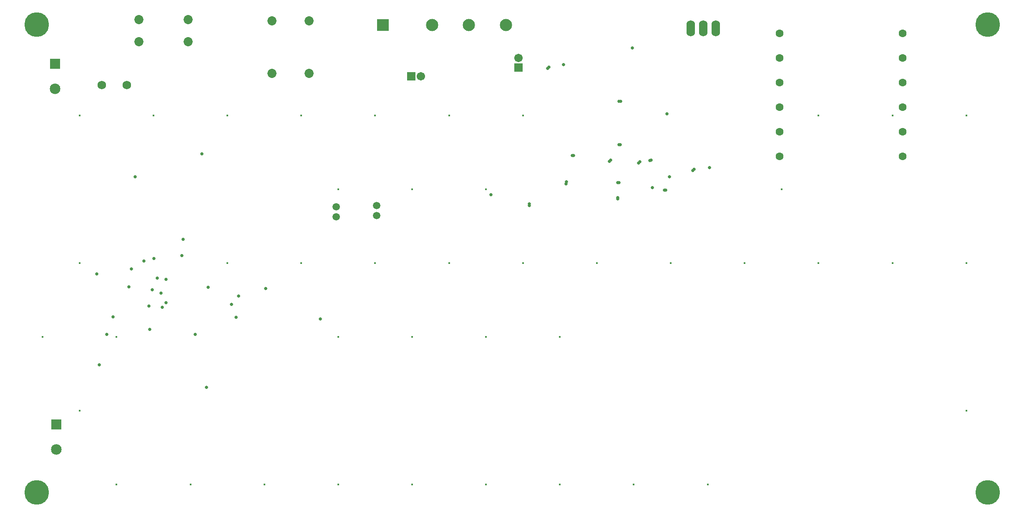
<source format=gbr>
%TF.GenerationSoftware,Altium Limited,Altium Designer,20.0.13 (296)*%
G04 Layer_Color=16711935*
%FSLAX45Y45*%
%MOMM*%
%TF.FileFunction,Soldermask,Bot*%
%TF.Part,Single*%
G01*
G75*
%TA.AperFunction,ComponentPad*%
%ADD52C,2.47320*%
%ADD53R,2.47320X2.47320*%
%ADD54C,1.50320*%
%ADD55C,5.00000*%
%ADD56R,2.15320X2.15320*%
%ADD57C,2.15320*%
%ADD58C,1.72720*%
%ADD59R,1.70320X1.70320*%
%ADD60C,1.70320*%
%ADD61R,1.70320X1.70320*%
%ADD62C,1.60320*%
%ADD63C,1.85320*%
%ADD64O,1.72720X3.25120*%
%TA.AperFunction,ViaPad*%
%ADD65C,0.40320*%
%ADD66C,0.65520*%
D52*
X9875000Y-360000D02*
D03*
X9125000D02*
D03*
X8375000D02*
D03*
D53*
X7375000D02*
D03*
D54*
X7250000Y-4025000D02*
D03*
Y-4225000D02*
D03*
X6425000Y-4050000D02*
D03*
Y-4250000D02*
D03*
D55*
X19650000Y-350000D02*
D03*
Y-9850000D02*
D03*
X350000Y-350000D02*
D03*
Y-9850000D02*
D03*
D56*
X725000Y-1150000D02*
D03*
X750000Y-8467000D02*
D03*
D57*
X725000Y-1658000D02*
D03*
X750000Y-8975000D02*
D03*
D58*
X2179000Y-1575000D02*
D03*
X1671000D02*
D03*
D59*
X10125000Y-1225000D02*
D03*
D60*
Y-1025000D02*
D03*
X8150000Y-1400000D02*
D03*
D61*
X7950000D02*
D03*
D62*
X15425000Y-525000D02*
D03*
Y-1025000D02*
D03*
Y-1525000D02*
D03*
Y-2025000D02*
D03*
Y-2525000D02*
D03*
Y-3025000D02*
D03*
X17925000Y-525000D02*
D03*
Y-1025000D02*
D03*
Y-1525000D02*
D03*
Y-2025000D02*
D03*
Y-2525000D02*
D03*
Y-3025000D02*
D03*
D63*
X2425000Y-700000D02*
D03*
X3425000D02*
D03*
Y-250000D02*
D03*
X2425000D02*
D03*
X5875000Y-1345000D02*
D03*
X5125000D02*
D03*
Y-275000D02*
D03*
X5875000D02*
D03*
D64*
X14133000Y-425000D02*
D03*
X13878999D02*
D03*
X13625000D02*
D03*
D65*
X19220001Y-2192500D02*
D03*
Y-5192500D02*
D03*
Y-8192500D02*
D03*
X17720001Y-2192500D02*
D03*
Y-5192500D02*
D03*
X16220001Y-2192500D02*
D03*
X15470001Y-3692500D02*
D03*
X16220001Y-5192500D02*
D03*
X14720001D02*
D03*
X13970001Y-9692500D02*
D03*
X13220000Y-5192500D02*
D03*
X12470000Y-9692500D02*
D03*
X11720000Y-5192500D02*
D03*
X10970000Y-6692500D02*
D03*
Y-9692500D02*
D03*
X10220000Y-2192500D02*
D03*
X9470000Y-3692500D02*
D03*
X10220000Y-5192500D02*
D03*
X9470000Y-6692500D02*
D03*
Y-9692500D02*
D03*
X8720000Y-2192500D02*
D03*
X7970000Y-3692500D02*
D03*
X8720000Y-5192500D02*
D03*
X7970000Y-6692500D02*
D03*
Y-9692500D02*
D03*
X7220000Y-2192500D02*
D03*
X6470000Y-3692500D02*
D03*
X7220000Y-5192500D02*
D03*
X6470000Y-6692500D02*
D03*
Y-9692500D02*
D03*
X5720000Y-2192500D02*
D03*
Y-5192500D02*
D03*
X4970000Y-9692500D02*
D03*
X4220000Y-2192500D02*
D03*
Y-5192500D02*
D03*
X3470000Y-9692500D02*
D03*
X2720000Y-2192500D02*
D03*
X1970000Y-6692500D02*
D03*
Y-9692500D02*
D03*
X1220000Y-2192500D02*
D03*
Y-5192500D02*
D03*
X470000Y-6692500D02*
D03*
X1220000Y-8192500D02*
D03*
D66*
X11975000Y-3125000D02*
D03*
X12000000Y-3100000D02*
D03*
X2895608Y-6087724D02*
D03*
X6107204Y-6331801D02*
D03*
X4400206Y-6293301D02*
D03*
X4307204Y-6031801D02*
D03*
X2975000Y-6000000D02*
D03*
Y-5525000D02*
D03*
X3295608Y-5037725D02*
D03*
X3320608Y-4712725D02*
D03*
X2345608Y-3437725D02*
D03*
X2270608Y-5312724D02*
D03*
X2625000Y-6062700D02*
D03*
X2645608Y-6537725D02*
D03*
X4995608Y-5712725D02*
D03*
X4445608Y-5862725D02*
D03*
X10745608Y-1212725D02*
D03*
X10720608Y-1237725D02*
D03*
X9570002Y-3802002D02*
D03*
X12145608Y-3862725D02*
D03*
X12140606Y-3887725D02*
D03*
X12170608Y-3562725D02*
D03*
X12145608D02*
D03*
X11045608Y-1162725D02*
D03*
X10345608Y-3987725D02*
D03*
X11095608Y-3587725D02*
D03*
X11220608Y-3012725D02*
D03*
X12205608Y-1912724D02*
D03*
X12170608Y-1912725D02*
D03*
X12195608Y-2787725D02*
D03*
X12170608D02*
D03*
X12595608Y-3137725D02*
D03*
X12570608Y-3162725D02*
D03*
X12825000Y-3100000D02*
D03*
X13120609Y-3712725D02*
D03*
X13095609D02*
D03*
X12845609Y-3662725D02*
D03*
X13695609Y-3287725D02*
D03*
X14010614Y-3257726D02*
D03*
X13195609Y-3437725D02*
D03*
X13670609Y-3312725D02*
D03*
X12795608Y-3112725D02*
D03*
X11245608Y-3012724D02*
D03*
X13145609Y-2162725D02*
D03*
X3832205Y-5681801D02*
D03*
X1895608Y-6287725D02*
D03*
X1770608Y-6637725D02*
D03*
X1620608Y-7262725D02*
D03*
X2225000Y-5675000D02*
D03*
X2725000Y-5100000D02*
D03*
X2525000Y-5150000D02*
D03*
X1570608Y-5412725D02*
D03*
X12439998Y-825000D02*
D03*
X11105614Y-3545227D02*
D03*
X10349999Y-4024999D02*
D03*
X3795608Y-7712724D02*
D03*
X3570608Y-6637725D02*
D03*
X2695608Y-5738198D02*
D03*
X3700000Y-2975000D02*
D03*
X2876601Y-5803201D02*
D03*
X2799991Y-5499991D02*
D03*
%TF.MD5,f814d4d04faf1ada091b5880d6a54693*%
M02*

</source>
